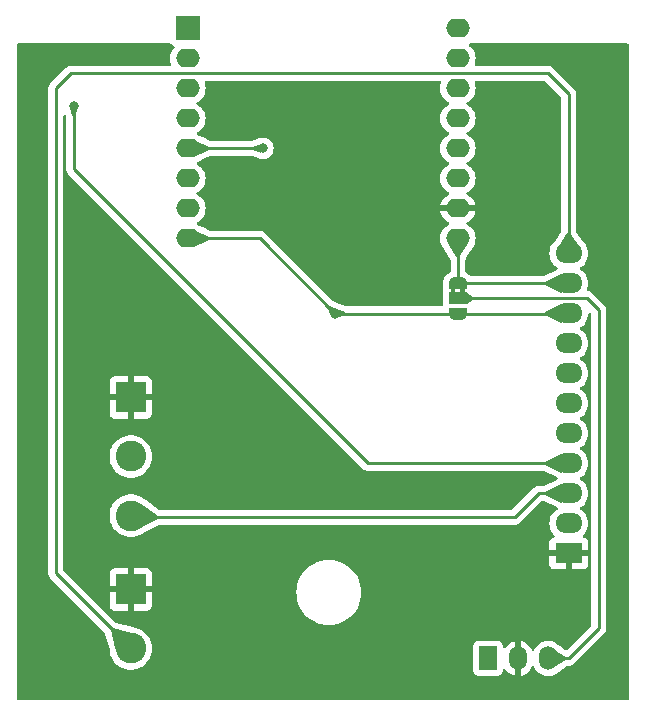
<source format=gbl>
%TF.GenerationSoftware,KiCad,Pcbnew,7.0.9*%
%TF.CreationDate,2023-11-21T14:13:12-08:00*%
%TF.ProjectId,RatGDO-OpenSource-D1Mini-ESP8266-Tubez,52617447-444f-42d4-9f70-656e536f7572,2.5.0*%
%TF.SameCoordinates,Original*%
%TF.FileFunction,Copper,L2,Bot*%
%TF.FilePolarity,Positive*%
%FSLAX46Y46*%
G04 Gerber Fmt 4.6, Leading zero omitted, Abs format (unit mm)*
G04 Created by KiCad (PCBNEW 7.0.9) date 2023-11-21 14:13:12*
%MOMM*%
%LPD*%
G01*
G04 APERTURE LIST*
G04 Aperture macros list*
%AMFreePoly0*
4,1,19,0.000000,0.744911,0.071157,0.744911,0.207708,0.704816,0.327430,0.627875,0.420627,0.520320,0.479746,0.390866,0.500000,0.250000,0.500000,-0.250000,0.479746,-0.390866,0.420627,-0.520320,0.327430,-0.627875,0.207708,-0.704816,0.071157,-0.744911,0.000000,-0.744911,0.000000,-0.750000,-0.550000,-0.750000,-0.550000,0.750000,0.000000,0.750000,0.000000,0.744911,0.000000,0.744911,
$1*%
%AMFreePoly1*
4,1,19,0.550000,-0.750000,0.000000,-0.750000,0.000000,-0.744911,-0.071157,-0.744911,-0.207708,-0.704816,-0.327430,-0.627875,-0.420627,-0.520320,-0.479746,-0.390866,-0.500000,-0.250000,-0.500000,0.250000,-0.479746,0.390866,-0.420627,0.520320,-0.327430,0.627875,-0.207708,0.704816,-0.071157,0.744911,0.000000,0.744911,0.000000,0.750000,0.550000,0.750000,0.550000,-0.750000,0.550000,-0.750000,
$1*%
G04 Aperture macros list end*
%TA.AperFunction,SMDPad,CuDef*%
%ADD10FreePoly0,270.000000*%
%TD*%
%TA.AperFunction,SMDPad,CuDef*%
%ADD11R,1.500000X1.000000*%
%TD*%
%TA.AperFunction,SMDPad,CuDef*%
%ADD12FreePoly1,270.000000*%
%TD*%
%TA.AperFunction,ComponentPad*%
%ADD13R,2.000000X2.000000*%
%TD*%
%TA.AperFunction,ComponentPad*%
%ADD14O,2.000000X1.600000*%
%TD*%
%TA.AperFunction,ComponentPad*%
%ADD15R,1.500000X2.000000*%
%TD*%
%TA.AperFunction,ComponentPad*%
%ADD16O,1.500000X2.000000*%
%TD*%
%TA.AperFunction,ComponentPad*%
%ADD17R,2.600000X2.600000*%
%TD*%
%TA.AperFunction,ComponentPad*%
%ADD18C,2.600000*%
%TD*%
%TA.AperFunction,ComponentPad*%
%ADD19R,2.300000X1.700000*%
%TD*%
%TA.AperFunction,ComponentPad*%
%ADD20O,2.300000X1.700000*%
%TD*%
%TA.AperFunction,ViaPad*%
%ADD21C,0.800000*%
%TD*%
%TA.AperFunction,Conductor*%
%ADD22C,0.250000*%
%TD*%
G04 APERTURE END LIST*
%TA.AperFunction,EtchedComponent*%
%TO.C,JP1*%
G36*
X152199000Y-88500000D02*
G01*
X151799000Y-88500000D01*
X151799000Y-88000000D01*
X152199000Y-88000000D01*
X152199000Y-88500000D01*
G37*
%TD.AperFunction*%
%TA.AperFunction,EtchedComponent*%
G36*
X152999000Y-88500000D02*
G01*
X152599000Y-88500000D01*
X152599000Y-88000000D01*
X152999000Y-88000000D01*
X152999000Y-88500000D01*
G37*
%TD.AperFunction*%
%TD*%
D10*
%TO.P,JP1,3,B*%
%TO.N,+3V3*%
X152399000Y-90200000D03*
D11*
%TO.P,JP1,2,C*%
%TO.N,Net-(JP1-C)*%
X152399000Y-88900000D03*
D12*
%TO.P,JP1,1,A*%
%TO.N,+5V*%
X152399000Y-87600000D03*
%TD*%
D13*
%TO.P,U1,1,~{RST}*%
%TO.N,unconnected-(U1-~{RST}-Pad1)*%
X129547500Y-66040000D03*
D14*
%TO.P,U1,2,A0*%
%TO.N,unconnected-(U1-A0-Pad2)*%
X129547500Y-68580000D03*
%TO.P,U1,3,D0*%
%TO.N,Net-(U1-D0)*%
X129547500Y-71120000D03*
%TO.P,U1,4,SCK/D5*%
%TO.N,Net-(D1-A)*%
X129547500Y-73660000D03*
%TO.P,U1,5,MISO/D6*%
%TO.N,Net-(D2-A)*%
X129547500Y-76200000D03*
%TO.P,U1,6,MOSI/D7*%
%TO.N,Net-(U1-MOSI{slash}D7)*%
X129547500Y-78740000D03*
%TO.P,U1,7,CS/D8*%
%TO.N,Net-(U1-CS{slash}D8)*%
X129547500Y-81280000D03*
%TO.P,U1,8,3V3*%
%TO.N,+3V3*%
X129547500Y-83820000D03*
%TO.P,U1,9,5V*%
%TO.N,+5V*%
X152407500Y-83820000D03*
%TO.P,U1,10,GND*%
%TO.N,GND*%
X152407500Y-81280000D03*
%TO.P,U1,11,D4*%
%TO.N,unconnected-(U1-D4-Pad11)*%
X152407500Y-78740000D03*
%TO.P,U1,12,D3*%
%TO.N,Net-(D3-A)*%
X152407500Y-76200000D03*
%TO.P,U1,13,SDA/D2*%
%TO.N,/ESP_RX*%
X152407500Y-73660000D03*
%TO.P,U1,14,SCL/D1*%
%TO.N,/ESP_TX*%
X152407500Y-71120000D03*
%TO.P,U1,15,RX*%
%TO.N,unconnected-(U1-RX-Pad15)*%
X152407500Y-68580000D03*
%TO.P,U1,16,TX*%
%TO.N,unconnected-(U1-TX-Pad16)*%
X152407500Y-66040000D03*
%TD*%
D15*
%TO.P,U2,1,IN*%
%TO.N,Net-(D4-K)*%
X154940000Y-119380000D03*
D16*
%TO.P,U2,2,GND*%
%TO.N,GND*%
X157480000Y-119380000D03*
%TO.P,U2,3,OUT*%
%TO.N,Net-(JP1-C)*%
X160020000Y-119380000D03*
%TD*%
D17*
%TO.P,J1,1,WHT/GND*%
%TO.N,GND*%
X124714000Y-97282000D03*
D18*
%TO.P,J1,2,RED/CTRL*%
%TO.N,RED{slash}CTRL*%
X124714000Y-102282000D03*
%TO.P,J1,3,BLK/OBST*%
%TO.N,BLK{slash}OBST*%
X124714000Y-107282000D03*
%TD*%
D19*
%TO.P,J2,1,WHT/GND*%
%TO.N,GND*%
X161798000Y-110490000D03*
D20*
%TO.P,J2,2,RED/CTRL*%
%TO.N,RED{slash}CTRL*%
X161798000Y-107950000D03*
%TO.P,J2,3,BLK/OBST*%
%TO.N,BLK{slash}OBST*%
X161798000Y-105410000D03*
%TO.P,J2,4,STS_DOOR*%
%TO.N,STS_DOOR*%
X161798000Y-102870000D03*
%TO.P,J2,5,STS_OBST*%
%TO.N,STS_OBST*%
X161798000Y-100330000D03*
%TO.P,J2,6,DC_OPEN*%
%TO.N,DC_OPEN*%
X161798000Y-97790000D03*
%TO.P,J2,7,DC_CLOSE*%
%TO.N,DC_CLOSE*%
X161798000Y-95250000D03*
%TO.P,J2,8,DC_LIGHT*%
%TO.N,DC_LIGHT*%
X161798000Y-92710000D03*
%TO.P,J2,9,3V3*%
%TO.N,+3V3*%
X161798000Y-90170000D03*
%TO.P,J2,10,5V*%
%TO.N,+5V*%
X161798000Y-87630000D03*
%TO.P,J2,11,12V*%
%TO.N,+12V*%
X161798000Y-85090000D03*
%TD*%
D17*
%TO.P,J3,1,GND*%
%TO.N,GND*%
X124714000Y-113538000D03*
D18*
%TO.P,J3,2,6-30V*%
%TO.N,+12V*%
X124714000Y-118538000D03*
%TD*%
D21*
%TO.N,Net-(D2-A)*%
X135890000Y-76200000D03*
%TO.N,STS_DOOR*%
X119888000Y-72644000D03*
%TO.N,+3V3*%
X142018000Y-90186000D03*
%TD*%
D22*
%TO.N,+5V*%
X161798000Y-87630000D02*
X152429000Y-87630000D01*
%TO.N,Net-(JP1-C)*%
X152400000Y-88900000D02*
X163322000Y-88900000D01*
%TO.N,+3V3*%
X142032000Y-90200000D02*
X142018000Y-90186000D01*
X152400000Y-90200000D02*
X142032000Y-90200000D01*
X152400000Y-90200000D02*
X161768000Y-90200000D01*
%TO.N,+5V*%
X152407500Y-83820000D02*
X152407500Y-87592500D01*
%TO.N,Net-(D2-A)*%
X129547500Y-76200000D02*
X135890000Y-76200000D01*
%TO.N,BLK{slash}OBST*%
X159258000Y-105410000D02*
X161290000Y-105410000D01*
X157226000Y-107442000D02*
X159258000Y-105410000D01*
X125585000Y-107442000D02*
X157226000Y-107442000D01*
%TO.N,STS_DOOR*%
X144780000Y-102870000D02*
X161798000Y-102870000D01*
X119888000Y-72644000D02*
X119888000Y-77978000D01*
X119888000Y-77978000D02*
X144780000Y-102870000D01*
%TO.N,+3V3*%
X142018000Y-90186000D02*
X142034000Y-90170000D01*
X135652000Y-83820000D02*
X129547500Y-83820000D01*
X142018000Y-90186000D02*
X135652000Y-83820000D01*
%TO.N,+12V*%
X124714000Y-118538000D02*
X118364000Y-112188000D01*
X118364000Y-112188000D02*
X118364000Y-71120000D01*
X161798000Y-71628000D02*
X161798000Y-85090000D01*
X119634000Y-69850000D02*
X160020000Y-69850000D01*
X118364000Y-71120000D02*
X119634000Y-69850000D01*
X160020000Y-69850000D02*
X161798000Y-71628000D01*
%TO.N,Net-(JP1-C)*%
X161798000Y-119380000D02*
X160288700Y-119380000D01*
X164338000Y-116840000D02*
X161798000Y-119380000D01*
X164338000Y-89916000D02*
X164338000Y-116840000D01*
X163322000Y-88900000D02*
X164338000Y-89916000D01*
%TD*%
%TA.AperFunction,Conductor*%
%TO.N,GND*%
G36*
X128129387Y-67329685D02*
G01*
X128161612Y-67359686D01*
X128189954Y-67397546D01*
X128236143Y-67432123D01*
X128305164Y-67483793D01*
X128305169Y-67483796D01*
X128342413Y-67497687D01*
X128398346Y-67539556D01*
X128422765Y-67605020D01*
X128407914Y-67673293D01*
X128386763Y-67701549D01*
X128347454Y-67740858D01*
X128216932Y-67927265D01*
X128216931Y-67927267D01*
X128120761Y-68133502D01*
X128120758Y-68133511D01*
X128061866Y-68353302D01*
X128061864Y-68353313D01*
X128042032Y-68579998D01*
X128042032Y-68580001D01*
X128061864Y-68806686D01*
X128061866Y-68806697D01*
X128120758Y-69026488D01*
X128120760Y-69026492D01*
X128120761Y-69026496D01*
X128130833Y-69048095D01*
X128141325Y-69117173D01*
X128112805Y-69180957D01*
X128054329Y-69219196D01*
X128018451Y-69224500D01*
X119716737Y-69224500D01*
X119701120Y-69222776D01*
X119701093Y-69223062D01*
X119693331Y-69222327D01*
X119624203Y-69224500D01*
X119594650Y-69224500D01*
X119593929Y-69224590D01*
X119587757Y-69225369D01*
X119581945Y-69225826D01*
X119535373Y-69227290D01*
X119535372Y-69227290D01*
X119516129Y-69232881D01*
X119497079Y-69236825D01*
X119477211Y-69239334D01*
X119477209Y-69239335D01*
X119433884Y-69256488D01*
X119428357Y-69258380D01*
X119383610Y-69271381D01*
X119383609Y-69271382D01*
X119366367Y-69281579D01*
X119348899Y-69290137D01*
X119330269Y-69297513D01*
X119330267Y-69297514D01*
X119292576Y-69324898D01*
X119287694Y-69328105D01*
X119247579Y-69351830D01*
X119233408Y-69366000D01*
X119218623Y-69378628D01*
X119202412Y-69390407D01*
X119172709Y-69426310D01*
X119168777Y-69430631D01*
X117980208Y-70619199D01*
X117967951Y-70629020D01*
X117968134Y-70629241D01*
X117962123Y-70634213D01*
X117914772Y-70684636D01*
X117893889Y-70705519D01*
X117893877Y-70705532D01*
X117889621Y-70711017D01*
X117885837Y-70715447D01*
X117853937Y-70749418D01*
X117853936Y-70749420D01*
X117844284Y-70766976D01*
X117833610Y-70783226D01*
X117821329Y-70799061D01*
X117821324Y-70799068D01*
X117802815Y-70841838D01*
X117800245Y-70847084D01*
X117777803Y-70887906D01*
X117772822Y-70907307D01*
X117766521Y-70925710D01*
X117758562Y-70944102D01*
X117758561Y-70944105D01*
X117751271Y-70990127D01*
X117750087Y-70995846D01*
X117738501Y-71040972D01*
X117738500Y-71040982D01*
X117738500Y-71061016D01*
X117736973Y-71080415D01*
X117733840Y-71100194D01*
X117733840Y-71100195D01*
X117738225Y-71146583D01*
X117738500Y-71152421D01*
X117738500Y-112105255D01*
X117736775Y-112120872D01*
X117737061Y-112120899D01*
X117736326Y-112128665D01*
X117738500Y-112197814D01*
X117738500Y-112227343D01*
X117738501Y-112227360D01*
X117739368Y-112234231D01*
X117739826Y-112240050D01*
X117741290Y-112286624D01*
X117741291Y-112286627D01*
X117746880Y-112305867D01*
X117750824Y-112324911D01*
X117753336Y-112344791D01*
X117770490Y-112388119D01*
X117772382Y-112393647D01*
X117785381Y-112438388D01*
X117795580Y-112455634D01*
X117804138Y-112473103D01*
X117811514Y-112491732D01*
X117838898Y-112529423D01*
X117842106Y-112534307D01*
X117865827Y-112574416D01*
X117865833Y-112574424D01*
X117879990Y-112588580D01*
X117892628Y-112603376D01*
X117904405Y-112619586D01*
X117904406Y-112619587D01*
X117940309Y-112649288D01*
X117944620Y-112653210D01*
X120236782Y-114945372D01*
X122528227Y-117236817D01*
X122560635Y-117293600D01*
X122917068Y-118678929D01*
X122920632Y-118700560D01*
X122928615Y-118807094D01*
X122928616Y-118807098D01*
X122988663Y-119070186D01*
X122988664Y-119070188D01*
X122988666Y-119070195D01*
X123087257Y-119321398D01*
X123222185Y-119555102D01*
X123326697Y-119686155D01*
X123390442Y-119766089D01*
X123540259Y-119905098D01*
X123588259Y-119949635D01*
X123811226Y-120101651D01*
X124054359Y-120218738D01*
X124312228Y-120298280D01*
X124312229Y-120298280D01*
X124312232Y-120298281D01*
X124579063Y-120338499D01*
X124579068Y-120338499D01*
X124579071Y-120338500D01*
X124579072Y-120338500D01*
X124848928Y-120338500D01*
X124848929Y-120338500D01*
X124848936Y-120338499D01*
X125115767Y-120298281D01*
X125115768Y-120298280D01*
X125115772Y-120298280D01*
X125373641Y-120218738D01*
X125588480Y-120115277D01*
X125616767Y-120101655D01*
X125616767Y-120101654D01*
X125616775Y-120101651D01*
X125839741Y-119949635D01*
X125995672Y-119804952D01*
X126037557Y-119766089D01*
X126037557Y-119766087D01*
X126037561Y-119766085D01*
X126205815Y-119555102D01*
X126340743Y-119321398D01*
X126439334Y-119070195D01*
X126499383Y-118807103D01*
X126508988Y-118678929D01*
X126519549Y-118538004D01*
X126519549Y-118537995D01*
X126499383Y-118268898D01*
X126488791Y-118222492D01*
X126439334Y-118005805D01*
X126340743Y-117754602D01*
X126205815Y-117520898D01*
X126037561Y-117309915D01*
X126037560Y-117309914D01*
X126037557Y-117309910D01*
X125839741Y-117126365D01*
X125820016Y-117112917D01*
X125616775Y-116974349D01*
X125616771Y-116974347D01*
X125616768Y-116974345D01*
X125616767Y-116974344D01*
X125373643Y-116857263D01*
X125373645Y-116857263D01*
X125115780Y-116777722D01*
X125115776Y-116777721D01*
X125115772Y-116777720D01*
X124863521Y-116739699D01*
X124857428Y-116738465D01*
X123469394Y-116384251D01*
X123412374Y-116351783D01*
X121946435Y-114885844D01*
X122914000Y-114885844D01*
X122920401Y-114945372D01*
X122920403Y-114945379D01*
X122970645Y-115080086D01*
X122970649Y-115080093D01*
X123056809Y-115195187D01*
X123056812Y-115195190D01*
X123171906Y-115281350D01*
X123171913Y-115281354D01*
X123306620Y-115331596D01*
X123306627Y-115331598D01*
X123366155Y-115337999D01*
X123366172Y-115338000D01*
X124464000Y-115338000D01*
X124464000Y-114142310D01*
X124472817Y-114147158D01*
X124631886Y-114188000D01*
X124754894Y-114188000D01*
X124876933Y-114172583D01*
X124964000Y-114138110D01*
X124964000Y-115338000D01*
X126061828Y-115338000D01*
X126061844Y-115337999D01*
X126121372Y-115331598D01*
X126121379Y-115331596D01*
X126256086Y-115281354D01*
X126256093Y-115281350D01*
X126371187Y-115195190D01*
X126371190Y-115195187D01*
X126457350Y-115080093D01*
X126457354Y-115080086D01*
X126507596Y-114945379D01*
X126507598Y-114945372D01*
X126513999Y-114885844D01*
X126514000Y-114885827D01*
X126514000Y-113792000D01*
X138722473Y-113792000D01*
X138742563Y-114124136D01*
X138742563Y-114124141D01*
X138742564Y-114124142D01*
X138802544Y-114451441D01*
X138802545Y-114451445D01*
X138802546Y-114451449D01*
X138901530Y-114769104D01*
X138901534Y-114769116D01*
X138901537Y-114769123D01*
X139038102Y-115072557D01*
X139194697Y-115331596D01*
X139210251Y-115357326D01*
X139415460Y-115619255D01*
X139650744Y-115854539D01*
X139912673Y-116059748D01*
X139912678Y-116059751D01*
X139912682Y-116059754D01*
X140197443Y-116231898D01*
X140500877Y-116368463D01*
X140500890Y-116368467D01*
X140500895Y-116368469D01*
X140712665Y-116434458D01*
X140818559Y-116467456D01*
X141145858Y-116527436D01*
X141323740Y-116538196D01*
X141394892Y-116542500D01*
X141394894Y-116542500D01*
X141561108Y-116542500D01*
X141623365Y-116538734D01*
X141810142Y-116527436D01*
X142137441Y-116467456D01*
X142412099Y-116381869D01*
X142455104Y-116368469D01*
X142455104Y-116368468D01*
X142455123Y-116368463D01*
X142758557Y-116231898D01*
X143043318Y-116059754D01*
X143305252Y-115854542D01*
X143540542Y-115619252D01*
X143745754Y-115357318D01*
X143917898Y-115072557D01*
X144054463Y-114769123D01*
X144153456Y-114451441D01*
X144213436Y-114124142D01*
X144233527Y-113792000D01*
X144213436Y-113459858D01*
X144153456Y-113132559D01*
X144054463Y-112814877D01*
X143917898Y-112511443D01*
X143745754Y-112226682D01*
X143745751Y-112226678D01*
X143745748Y-112226673D01*
X143540539Y-111964744D01*
X143305255Y-111729460D01*
X143043326Y-111524251D01*
X142916164Y-111447379D01*
X142758557Y-111352102D01*
X142455123Y-111215537D01*
X142455116Y-111215534D01*
X142455104Y-111215530D01*
X142137449Y-111116546D01*
X142137445Y-111116545D01*
X142137441Y-111116544D01*
X141810142Y-111056564D01*
X141810141Y-111056563D01*
X141810136Y-111056563D01*
X141561108Y-111041500D01*
X141561106Y-111041500D01*
X141394894Y-111041500D01*
X141394892Y-111041500D01*
X141145863Y-111056563D01*
X141145858Y-111056564D01*
X140818559Y-111116544D01*
X140818556Y-111116544D01*
X140818550Y-111116546D01*
X140500895Y-111215530D01*
X140500879Y-111215536D01*
X140500877Y-111215537D01*
X140307656Y-111302498D01*
X140197447Y-111352100D01*
X140197445Y-111352101D01*
X139912673Y-111524251D01*
X139650744Y-111729460D01*
X139415460Y-111964744D01*
X139210251Y-112226673D01*
X139038101Y-112511445D01*
X139038100Y-112511447D01*
X138901536Y-112814880D01*
X138901530Y-112814895D01*
X138802546Y-113132550D01*
X138802544Y-113132556D01*
X138802544Y-113132559D01*
X138779365Y-113259044D01*
X138742563Y-113459863D01*
X138722473Y-113792000D01*
X126514000Y-113792000D01*
X126514000Y-113788000D01*
X125314728Y-113788000D01*
X125337100Y-113740457D01*
X125367873Y-113579138D01*
X125357561Y-113415234D01*
X125316220Y-113288000D01*
X126514000Y-113288000D01*
X126514000Y-112190172D01*
X126513999Y-112190155D01*
X126507598Y-112130627D01*
X126507596Y-112130620D01*
X126457354Y-111995913D01*
X126457350Y-111995906D01*
X126371190Y-111880812D01*
X126371187Y-111880809D01*
X126256093Y-111794649D01*
X126256086Y-111794645D01*
X126121379Y-111744403D01*
X126121372Y-111744401D01*
X126061844Y-111738000D01*
X124964000Y-111738000D01*
X124964000Y-112933689D01*
X124955183Y-112928842D01*
X124796114Y-112888000D01*
X124673106Y-112888000D01*
X124551067Y-112903417D01*
X124464000Y-112937889D01*
X124464000Y-111738000D01*
X123366155Y-111738000D01*
X123306627Y-111744401D01*
X123306620Y-111744403D01*
X123171913Y-111794645D01*
X123171906Y-111794649D01*
X123056812Y-111880809D01*
X123056809Y-111880812D01*
X122970649Y-111995906D01*
X122970645Y-111995913D01*
X122920403Y-112130620D01*
X122920401Y-112130627D01*
X122914000Y-112190155D01*
X122914000Y-113288000D01*
X124113272Y-113288000D01*
X124090900Y-113335543D01*
X124060127Y-113496862D01*
X124070439Y-113660766D01*
X124111780Y-113788000D01*
X122914000Y-113788000D01*
X122914000Y-114885844D01*
X121946435Y-114885844D01*
X119025819Y-111965228D01*
X118992334Y-111903905D01*
X118989500Y-111877547D01*
X118989500Y-102282004D01*
X122908451Y-102282004D01*
X122928616Y-102551101D01*
X122988664Y-102814188D01*
X122988666Y-102814195D01*
X123087257Y-103065398D01*
X123222185Y-103299102D01*
X123356464Y-103467482D01*
X123390442Y-103510089D01*
X123577183Y-103683358D01*
X123588259Y-103693635D01*
X123811226Y-103845651D01*
X124054359Y-103962738D01*
X124312228Y-104042280D01*
X124312229Y-104042280D01*
X124312232Y-104042281D01*
X124579063Y-104082499D01*
X124579068Y-104082499D01*
X124579071Y-104082500D01*
X124579072Y-104082500D01*
X124848928Y-104082500D01*
X124848929Y-104082500D01*
X124898735Y-104074993D01*
X125115767Y-104042281D01*
X125115768Y-104042280D01*
X125115772Y-104042280D01*
X125373641Y-103962738D01*
X125616775Y-103845651D01*
X125839741Y-103693635D01*
X126037561Y-103510085D01*
X126205815Y-103299102D01*
X126340743Y-103065398D01*
X126439334Y-102814195D01*
X126499383Y-102551103D01*
X126510231Y-102406344D01*
X126519549Y-102282004D01*
X126519549Y-102281995D01*
X126499383Y-102012898D01*
X126499383Y-102012897D01*
X126439334Y-101749805D01*
X126340743Y-101498602D01*
X126205815Y-101264898D01*
X126037561Y-101053915D01*
X126037560Y-101053914D01*
X126037557Y-101053910D01*
X125839741Y-100870365D01*
X125616775Y-100718349D01*
X125616769Y-100718346D01*
X125616768Y-100718345D01*
X125616767Y-100718344D01*
X125373643Y-100601263D01*
X125373645Y-100601263D01*
X125115773Y-100521720D01*
X125115767Y-100521718D01*
X124848936Y-100481500D01*
X124848929Y-100481500D01*
X124579071Y-100481500D01*
X124579063Y-100481500D01*
X124312232Y-100521718D01*
X124312226Y-100521720D01*
X124054358Y-100601262D01*
X123811230Y-100718346D01*
X123588258Y-100870365D01*
X123390442Y-101053910D01*
X123222185Y-101264898D01*
X123087258Y-101498599D01*
X123087256Y-101498603D01*
X122988666Y-101749804D01*
X122988664Y-101749811D01*
X122928616Y-102012898D01*
X122908451Y-102281995D01*
X122908451Y-102282004D01*
X118989500Y-102282004D01*
X118989500Y-98629844D01*
X122914000Y-98629844D01*
X122920401Y-98689372D01*
X122920403Y-98689379D01*
X122970645Y-98824086D01*
X122970649Y-98824093D01*
X123056809Y-98939187D01*
X123056812Y-98939190D01*
X123171906Y-99025350D01*
X123171913Y-99025354D01*
X123306620Y-99075596D01*
X123306627Y-99075598D01*
X123366155Y-99081999D01*
X123366172Y-99082000D01*
X124464000Y-99082000D01*
X124464000Y-97886310D01*
X124472817Y-97891158D01*
X124631886Y-97932000D01*
X124754894Y-97932000D01*
X124876933Y-97916583D01*
X124964000Y-97882110D01*
X124964000Y-99082000D01*
X126061828Y-99082000D01*
X126061844Y-99081999D01*
X126121372Y-99075598D01*
X126121379Y-99075596D01*
X126256086Y-99025354D01*
X126256093Y-99025350D01*
X126371187Y-98939190D01*
X126371190Y-98939187D01*
X126457350Y-98824093D01*
X126457354Y-98824086D01*
X126507596Y-98689379D01*
X126507598Y-98689372D01*
X126513999Y-98629844D01*
X126514000Y-98629827D01*
X126514000Y-97532000D01*
X125314728Y-97532000D01*
X125337100Y-97484457D01*
X125367873Y-97323138D01*
X125357561Y-97159234D01*
X125316220Y-97032000D01*
X126514000Y-97032000D01*
X126514000Y-95934172D01*
X126513999Y-95934155D01*
X126507598Y-95874627D01*
X126507596Y-95874620D01*
X126457354Y-95739913D01*
X126457350Y-95739906D01*
X126371190Y-95624812D01*
X126371187Y-95624809D01*
X126256093Y-95538649D01*
X126256086Y-95538645D01*
X126121379Y-95488403D01*
X126121372Y-95488401D01*
X126061844Y-95482000D01*
X124964000Y-95482000D01*
X124964000Y-96677689D01*
X124955183Y-96672842D01*
X124796114Y-96632000D01*
X124673106Y-96632000D01*
X124551067Y-96647417D01*
X124464000Y-96681889D01*
X124464000Y-95482000D01*
X123366155Y-95482000D01*
X123306627Y-95488401D01*
X123306620Y-95488403D01*
X123171913Y-95538645D01*
X123171906Y-95538649D01*
X123056812Y-95624809D01*
X123056809Y-95624812D01*
X122970649Y-95739906D01*
X122970645Y-95739913D01*
X122920403Y-95874620D01*
X122920401Y-95874627D01*
X122914000Y-95934155D01*
X122914000Y-97032000D01*
X124113272Y-97032000D01*
X124090900Y-97079543D01*
X124060127Y-97240862D01*
X124070439Y-97404766D01*
X124111780Y-97532000D01*
X122914000Y-97532000D01*
X122914000Y-98629844D01*
X118989500Y-98629844D01*
X118989500Y-73506102D01*
X119009185Y-73439063D01*
X119061989Y-73393308D01*
X119131147Y-73383364D01*
X119194703Y-73412389D01*
X119229489Y-73462256D01*
X119254489Y-73528390D01*
X119262500Y-73572236D01*
X119262500Y-77895255D01*
X119260775Y-77910872D01*
X119261061Y-77910899D01*
X119260326Y-77918665D01*
X119262500Y-77987814D01*
X119262500Y-78017343D01*
X119262501Y-78017360D01*
X119263368Y-78024231D01*
X119263826Y-78030050D01*
X119265290Y-78076624D01*
X119265291Y-78076627D01*
X119270880Y-78095867D01*
X119274824Y-78114911D01*
X119277336Y-78134791D01*
X119294490Y-78178119D01*
X119296382Y-78183647D01*
X119309381Y-78228388D01*
X119319580Y-78245634D01*
X119328138Y-78263103D01*
X119335514Y-78281732D01*
X119362898Y-78319423D01*
X119366106Y-78324307D01*
X119389827Y-78364416D01*
X119389833Y-78364424D01*
X119403990Y-78378580D01*
X119416628Y-78393376D01*
X119428405Y-78409586D01*
X119428406Y-78409587D01*
X119464309Y-78439288D01*
X119468620Y-78443210D01*
X138104952Y-97079543D01*
X144279197Y-103253788D01*
X144289022Y-103266051D01*
X144289243Y-103265869D01*
X144294214Y-103271878D01*
X144320217Y-103296295D01*
X144344635Y-103319226D01*
X144365529Y-103340120D01*
X144371011Y-103344373D01*
X144375443Y-103348157D01*
X144409418Y-103380062D01*
X144426976Y-103389714D01*
X144443233Y-103400393D01*
X144459064Y-103412673D01*
X144478737Y-103421186D01*
X144501833Y-103431182D01*
X144507077Y-103433750D01*
X144547908Y-103456197D01*
X144560523Y-103459435D01*
X144567305Y-103461177D01*
X144585719Y-103467481D01*
X144604104Y-103475438D01*
X144650157Y-103482732D01*
X144655826Y-103483906D01*
X144700981Y-103495500D01*
X144721016Y-103495500D01*
X144740413Y-103497026D01*
X144760196Y-103500160D01*
X144806584Y-103495775D01*
X144812422Y-103495500D01*
X159644251Y-103495500D01*
X159697938Y-103507725D01*
X160781600Y-104028224D01*
X160833508Y-104074993D01*
X160851890Y-104142402D01*
X160830910Y-104209047D01*
X160781600Y-104251774D01*
X159697935Y-104772275D01*
X159644248Y-104784500D01*
X159340743Y-104784500D01*
X159325122Y-104782775D01*
X159325096Y-104783061D01*
X159317334Y-104782327D01*
X159317333Y-104782327D01*
X159248186Y-104784500D01*
X159218649Y-104784500D01*
X159211766Y-104785369D01*
X159205949Y-104785826D01*
X159159373Y-104787290D01*
X159140129Y-104792881D01*
X159121079Y-104796825D01*
X159101211Y-104799334D01*
X159057884Y-104816488D01*
X159052358Y-104818379D01*
X159007614Y-104831379D01*
X159007610Y-104831381D01*
X158990366Y-104841579D01*
X158972905Y-104850133D01*
X158954274Y-104857510D01*
X158954262Y-104857517D01*
X158916570Y-104884902D01*
X158911687Y-104888109D01*
X158871580Y-104911829D01*
X158857414Y-104925995D01*
X158842624Y-104938627D01*
X158826414Y-104950404D01*
X158826411Y-104950407D01*
X158796710Y-104986309D01*
X158792777Y-104990631D01*
X157003228Y-106780181D01*
X156941905Y-106813666D01*
X156915547Y-106816500D01*
X127190565Y-106816500D01*
X127123526Y-106796815D01*
X127119701Y-106794256D01*
X125983784Y-106003192D01*
X125977038Y-105997756D01*
X125839741Y-105870365D01*
X125616775Y-105718349D01*
X125616769Y-105718346D01*
X125616768Y-105718345D01*
X125616767Y-105718344D01*
X125373643Y-105601263D01*
X125373645Y-105601263D01*
X125115773Y-105521720D01*
X125115767Y-105521718D01*
X124848936Y-105481500D01*
X124848929Y-105481500D01*
X124579071Y-105481500D01*
X124579063Y-105481500D01*
X124312232Y-105521718D01*
X124312226Y-105521720D01*
X124054358Y-105601262D01*
X123811230Y-105718346D01*
X123588258Y-105870365D01*
X123390442Y-106053910D01*
X123222185Y-106264898D01*
X123087258Y-106498599D01*
X123087256Y-106498603D01*
X122988666Y-106749804D01*
X122988664Y-106749811D01*
X122928616Y-107012898D01*
X122908451Y-107281995D01*
X122908451Y-107282004D01*
X122928616Y-107551101D01*
X122988664Y-107814188D01*
X122988666Y-107814195D01*
X123087256Y-108065396D01*
X123087258Y-108065400D01*
X123089725Y-108069673D01*
X123222185Y-108299102D01*
X123313545Y-108413663D01*
X123390442Y-108510089D01*
X123517337Y-108627829D01*
X123588259Y-108693635D01*
X123811226Y-108845651D01*
X124054359Y-108962738D01*
X124312228Y-109042280D01*
X124312229Y-109042280D01*
X124312232Y-109042281D01*
X124579063Y-109082499D01*
X124579068Y-109082499D01*
X124579071Y-109082500D01*
X124579072Y-109082500D01*
X124848928Y-109082500D01*
X124848929Y-109082500D01*
X124900480Y-109074730D01*
X125115767Y-109042281D01*
X125115768Y-109042280D01*
X125115772Y-109042280D01*
X125373641Y-108962738D01*
X125616775Y-108845651D01*
X125767421Y-108742940D01*
X125774578Y-108738734D01*
X127089043Y-108080620D01*
X127144557Y-108067500D01*
X157143257Y-108067500D01*
X157158877Y-108069224D01*
X157158904Y-108068939D01*
X157166660Y-108069671D01*
X157166667Y-108069673D01*
X157235814Y-108067500D01*
X157265350Y-108067500D01*
X157272228Y-108066630D01*
X157278041Y-108066172D01*
X157324627Y-108064709D01*
X157343869Y-108059117D01*
X157362912Y-108055174D01*
X157382792Y-108052664D01*
X157426122Y-108035507D01*
X157431646Y-108033617D01*
X157435396Y-108032527D01*
X157476390Y-108020618D01*
X157493629Y-108010422D01*
X157511103Y-108001862D01*
X157529727Y-107994488D01*
X157529727Y-107994487D01*
X157529732Y-107994486D01*
X157567449Y-107967082D01*
X157572305Y-107963892D01*
X157612420Y-107940170D01*
X157626589Y-107925999D01*
X157641379Y-107913368D01*
X157657587Y-107901594D01*
X157687299Y-107865676D01*
X157691212Y-107861376D01*
X159480772Y-106071819D01*
X159542095Y-106038334D01*
X159568453Y-106035500D01*
X159644251Y-106035500D01*
X159697938Y-106047725D01*
X160789383Y-106571963D01*
X160841291Y-106618732D01*
X160859673Y-106686141D01*
X160838693Y-106752786D01*
X160806820Y-106785313D01*
X160626594Y-106911508D01*
X160459506Y-107078597D01*
X160459501Y-107078604D01*
X160323967Y-107272165D01*
X160323965Y-107272169D01*
X160224098Y-107486335D01*
X160224094Y-107486344D01*
X160162938Y-107714586D01*
X160162936Y-107714596D01*
X160142341Y-107949999D01*
X160142341Y-107950000D01*
X160162936Y-108185403D01*
X160162938Y-108185413D01*
X160224094Y-108413655D01*
X160224096Y-108413659D01*
X160224097Y-108413663D01*
X160269060Y-108510085D01*
X160323964Y-108627828D01*
X160323965Y-108627830D01*
X160459505Y-108821402D01*
X160581818Y-108943715D01*
X160615303Y-109005038D01*
X160610319Y-109074730D01*
X160568447Y-109130663D01*
X160537470Y-109147578D01*
X160405913Y-109196645D01*
X160405906Y-109196649D01*
X160290812Y-109282809D01*
X160290809Y-109282812D01*
X160204649Y-109397906D01*
X160204645Y-109397913D01*
X160154403Y-109532620D01*
X160154401Y-109532627D01*
X160148000Y-109592155D01*
X160148000Y-110240000D01*
X161364314Y-110240000D01*
X161338507Y-110280156D01*
X161298000Y-110418111D01*
X161298000Y-110561889D01*
X161338507Y-110699844D01*
X161364314Y-110740000D01*
X160148000Y-110740000D01*
X160148000Y-111387844D01*
X160154401Y-111447372D01*
X160154403Y-111447379D01*
X160204645Y-111582086D01*
X160204649Y-111582093D01*
X160290809Y-111697187D01*
X160290812Y-111697190D01*
X160405906Y-111783350D01*
X160405913Y-111783354D01*
X160540620Y-111833596D01*
X160540627Y-111833598D01*
X160600155Y-111839999D01*
X160600172Y-111840000D01*
X161548000Y-111840000D01*
X161548000Y-110925501D01*
X161655685Y-110974680D01*
X161762237Y-110990000D01*
X161833763Y-110990000D01*
X161940315Y-110974680D01*
X162048000Y-110925501D01*
X162048000Y-111840000D01*
X162995828Y-111840000D01*
X162995844Y-111839999D01*
X163055372Y-111833598D01*
X163055379Y-111833596D01*
X163190086Y-111783354D01*
X163190093Y-111783350D01*
X163305187Y-111697190D01*
X163305190Y-111697187D01*
X163391350Y-111582093D01*
X163391354Y-111582086D01*
X163441596Y-111447379D01*
X163441598Y-111447372D01*
X163447999Y-111387844D01*
X163448000Y-111387827D01*
X163448000Y-110740000D01*
X162231686Y-110740000D01*
X162257493Y-110699844D01*
X162298000Y-110561889D01*
X162298000Y-110418111D01*
X162257493Y-110280156D01*
X162231686Y-110240000D01*
X163448000Y-110240000D01*
X163448000Y-109592172D01*
X163447999Y-109592155D01*
X163441598Y-109532627D01*
X163441596Y-109532620D01*
X163391354Y-109397913D01*
X163391350Y-109397906D01*
X163305190Y-109282812D01*
X163305187Y-109282809D01*
X163190093Y-109196649D01*
X163190086Y-109196645D01*
X163058529Y-109147578D01*
X163002595Y-109105707D01*
X162978178Y-109040243D01*
X162993030Y-108971970D01*
X163014181Y-108943715D01*
X163136495Y-108821401D01*
X163272035Y-108627830D01*
X163371903Y-108413663D01*
X163433063Y-108185408D01*
X163453659Y-107950000D01*
X163433063Y-107714592D01*
X163371903Y-107486337D01*
X163272035Y-107272171D01*
X163272034Y-107272169D01*
X163136494Y-107078597D01*
X162969403Y-106911506D01*
X162833719Y-106816500D01*
X162783838Y-106781573D01*
X162740215Y-106726999D01*
X162733021Y-106657500D01*
X162764543Y-106595145D01*
X162783836Y-106578428D01*
X162969401Y-106448495D01*
X163136495Y-106281401D01*
X163272035Y-106087830D01*
X163371903Y-105873663D01*
X163433063Y-105645408D01*
X163453659Y-105410000D01*
X163433063Y-105174592D01*
X163371903Y-104946337D01*
X163272035Y-104732171D01*
X163136495Y-104538599D01*
X163136494Y-104538597D01*
X162969403Y-104371506D01*
X162899410Y-104322497D01*
X162783838Y-104241573D01*
X162740215Y-104186999D01*
X162733021Y-104117500D01*
X162764543Y-104055145D01*
X162783836Y-104038428D01*
X162969401Y-103908495D01*
X163136495Y-103741401D01*
X163272035Y-103547830D01*
X163371903Y-103333663D01*
X163433063Y-103105408D01*
X163453659Y-102870000D01*
X163433063Y-102634592D01*
X163371903Y-102406337D01*
X163272035Y-102192171D01*
X163146508Y-102012898D01*
X163136494Y-101998597D01*
X162969403Y-101831506D01*
X162852729Y-101749811D01*
X162783838Y-101701573D01*
X162740215Y-101646999D01*
X162733021Y-101577500D01*
X162764543Y-101515145D01*
X162783836Y-101498428D01*
X162969401Y-101368495D01*
X163136495Y-101201401D01*
X163272035Y-101007830D01*
X163371903Y-100793663D01*
X163433063Y-100565408D01*
X163453659Y-100330000D01*
X163433063Y-100094592D01*
X163371903Y-99866337D01*
X163272035Y-99652171D01*
X163272034Y-99652169D01*
X163136494Y-99458597D01*
X162969403Y-99291506D01*
X162899410Y-99242497D01*
X162783838Y-99161573D01*
X162740215Y-99106999D01*
X162733021Y-99037500D01*
X162764543Y-98975145D01*
X162783836Y-98958428D01*
X162969401Y-98828495D01*
X163136495Y-98661401D01*
X163272035Y-98467830D01*
X163371903Y-98253663D01*
X163433063Y-98025408D01*
X163453659Y-97790000D01*
X163433063Y-97554592D01*
X163371903Y-97326337D01*
X163272035Y-97112171D01*
X163272034Y-97112169D01*
X163136494Y-96918597D01*
X162969403Y-96751506D01*
X162798729Y-96632000D01*
X162783838Y-96621573D01*
X162740215Y-96566999D01*
X162733021Y-96497500D01*
X162764543Y-96435145D01*
X162783836Y-96418428D01*
X162969401Y-96288495D01*
X163136495Y-96121401D01*
X163272035Y-95927830D01*
X163371903Y-95713663D01*
X163433063Y-95485408D01*
X163453659Y-95250000D01*
X163433063Y-95014592D01*
X163371903Y-94786337D01*
X163272035Y-94572171D01*
X163272034Y-94572169D01*
X163136494Y-94378597D01*
X162969403Y-94211506D01*
X162899410Y-94162497D01*
X162783838Y-94081573D01*
X162740215Y-94026999D01*
X162733021Y-93957500D01*
X162764543Y-93895145D01*
X162783836Y-93878428D01*
X162969401Y-93748495D01*
X163136495Y-93581401D01*
X163272035Y-93387830D01*
X163371903Y-93173663D01*
X163433063Y-92945408D01*
X163453659Y-92710000D01*
X163433063Y-92474592D01*
X163371903Y-92246337D01*
X163272035Y-92032171D01*
X163272034Y-92032169D01*
X163136494Y-91838597D01*
X162969403Y-91671506D01*
X162899410Y-91622497D01*
X162783838Y-91541573D01*
X162740215Y-91486999D01*
X162733021Y-91417500D01*
X162764543Y-91355145D01*
X162783836Y-91338428D01*
X162969401Y-91208495D01*
X163136495Y-91041401D01*
X163272035Y-90847830D01*
X163371903Y-90633663D01*
X163433063Y-90405408D01*
X163450897Y-90201568D01*
X163476350Y-90136501D01*
X163532941Y-90095522D01*
X163602703Y-90091644D01*
X163662106Y-90124696D01*
X163676181Y-90138771D01*
X163709666Y-90200094D01*
X163712500Y-90226452D01*
X163712500Y-116529546D01*
X163692815Y-116596585D01*
X163676181Y-116617227D01*
X161665996Y-118627411D01*
X161604673Y-118660896D01*
X161534981Y-118655912D01*
X161510133Y-118643302D01*
X161037437Y-118332123D01*
X160910631Y-118248646D01*
X160893123Y-118234702D01*
X160880352Y-118222492D01*
X160802825Y-118148368D01*
X160802823Y-118148366D01*
X160614966Y-118024363D01*
X160407995Y-117935899D01*
X160407982Y-117935895D01*
X160188542Y-117885810D01*
X160188538Y-117885809D01*
X160188537Y-117885809D01*
X160188536Y-117885808D01*
X160188531Y-117885808D01*
X159963674Y-117875710D01*
X159963673Y-117875710D01*
X159963670Y-117875710D01*
X159740613Y-117905925D01*
X159740610Y-117905925D01*
X159740609Y-117905926D01*
X159526534Y-117975483D01*
X159328321Y-118082146D01*
X159328318Y-118082148D01*
X159152336Y-118222489D01*
X159004236Y-118392003D01*
X158888787Y-118585231D01*
X158866449Y-118644750D01*
X158824463Y-118700597D01*
X158758948Y-118724880D01*
X158690706Y-118709888D01*
X158641402Y-118660381D01*
X158638636Y-118654979D01*
X158557401Y-118486290D01*
X158557397Y-118486283D01*
X158425148Y-118304258D01*
X158425142Y-118304250D01*
X158262513Y-118148762D01*
X158074733Y-118024808D01*
X157867830Y-117936375D01*
X157867823Y-117936373D01*
X157730000Y-117904915D01*
X157730000Y-118944498D01*
X157622315Y-118895320D01*
X157515763Y-118880000D01*
X157444237Y-118880000D01*
X157337685Y-118895320D01*
X157230000Y-118944498D01*
X157230000Y-117902449D01*
X157229999Y-117902449D01*
X157200721Y-117906415D01*
X156986731Y-117975945D01*
X156788598Y-118082565D01*
X156788595Y-118082567D01*
X156612679Y-118222854D01*
X156464647Y-118392292D01*
X156464644Y-118392296D01*
X156420946Y-118465433D01*
X156369663Y-118512886D01*
X156300865Y-118525080D01*
X156236397Y-118498144D01*
X156196725Y-118440630D01*
X156190499Y-118401832D01*
X156190499Y-118332129D01*
X156190498Y-118332123D01*
X156190497Y-118332116D01*
X156184091Y-118272517D01*
X156182741Y-118268898D01*
X156133797Y-118137671D01*
X156133793Y-118137664D01*
X156047547Y-118022455D01*
X156047544Y-118022452D01*
X155932335Y-117936206D01*
X155932328Y-117936202D01*
X155797482Y-117885908D01*
X155797483Y-117885908D01*
X155737883Y-117879501D01*
X155737881Y-117879500D01*
X155737873Y-117879500D01*
X155737864Y-117879500D01*
X154142129Y-117879500D01*
X154142123Y-117879501D01*
X154082516Y-117885908D01*
X153947671Y-117936202D01*
X153947664Y-117936206D01*
X153832455Y-118022452D01*
X153832452Y-118022455D01*
X153746206Y-118137664D01*
X153746202Y-118137671D01*
X153695908Y-118272517D01*
X153692497Y-118304250D01*
X153689501Y-118332123D01*
X153689500Y-118332135D01*
X153689500Y-120427870D01*
X153689501Y-120427876D01*
X153695908Y-120487483D01*
X153746202Y-120622328D01*
X153746206Y-120622335D01*
X153832452Y-120737544D01*
X153832455Y-120737547D01*
X153947664Y-120823793D01*
X153947671Y-120823797D01*
X154082517Y-120874091D01*
X154082516Y-120874091D01*
X154089444Y-120874835D01*
X154142127Y-120880500D01*
X155737872Y-120880499D01*
X155797483Y-120874091D01*
X155932331Y-120823796D01*
X156047546Y-120737546D01*
X156133796Y-120622331D01*
X156184091Y-120487483D01*
X156190500Y-120427873D01*
X156190499Y-120363411D01*
X156210183Y-120296375D01*
X156262986Y-120250619D01*
X156332144Y-120240675D01*
X156395700Y-120269699D01*
X156414817Y-120290528D01*
X156534851Y-120455741D01*
X156534857Y-120455749D01*
X156697486Y-120611237D01*
X156885266Y-120735191D01*
X157092169Y-120823624D01*
X157092178Y-120823627D01*
X157229999Y-120855084D01*
X157230000Y-120855084D01*
X157230000Y-119815501D01*
X157337685Y-119864680D01*
X157444237Y-119880000D01*
X157515763Y-119880000D01*
X157622315Y-119864680D01*
X157730000Y-119815501D01*
X157730000Y-120857549D01*
X157759267Y-120853586D01*
X157759273Y-120853585D01*
X157973268Y-120784054D01*
X158171401Y-120677434D01*
X158171404Y-120677432D01*
X158347320Y-120537145D01*
X158495352Y-120367707D01*
X158495359Y-120367699D01*
X158610759Y-120174553D01*
X158610765Y-120174542D01*
X158633007Y-120115277D01*
X158674991Y-120059428D01*
X158740505Y-120035144D01*
X158808748Y-120050135D01*
X158858053Y-120099640D01*
X158860820Y-120105045D01*
X158942167Y-120273966D01*
X158942171Y-120273974D01*
X159074473Y-120456072D01*
X159074474Y-120456074D01*
X159237176Y-120611633D01*
X159425033Y-120735636D01*
X159632004Y-120824100D01*
X159632007Y-120824101D01*
X159632012Y-120824103D01*
X159851463Y-120874191D01*
X160076330Y-120884290D01*
X160299387Y-120854075D01*
X160513464Y-120784517D01*
X160711681Y-120677852D01*
X160887666Y-120537508D01*
X160899261Y-120524235D01*
X160924454Y-120502251D01*
X161647779Y-120026082D01*
X161714595Y-120005663D01*
X161730863Y-120007370D01*
X161730904Y-120006939D01*
X161738660Y-120007671D01*
X161738667Y-120007673D01*
X161807814Y-120005500D01*
X161837350Y-120005500D01*
X161844228Y-120004630D01*
X161850041Y-120004172D01*
X161896627Y-120002709D01*
X161915869Y-119997117D01*
X161934912Y-119993174D01*
X161954792Y-119990664D01*
X161998122Y-119973507D01*
X162003646Y-119971617D01*
X162007396Y-119970527D01*
X162048390Y-119958618D01*
X162065629Y-119948422D01*
X162083103Y-119939862D01*
X162101727Y-119932488D01*
X162101727Y-119932487D01*
X162101732Y-119932486D01*
X162139449Y-119905082D01*
X162144305Y-119901892D01*
X162184420Y-119878170D01*
X162198589Y-119863999D01*
X162213379Y-119851368D01*
X162229587Y-119839594D01*
X162259299Y-119803676D01*
X162263212Y-119799376D01*
X164721788Y-117340801D01*
X164734042Y-117330986D01*
X164733859Y-117330764D01*
X164739866Y-117325792D01*
X164739877Y-117325786D01*
X164770775Y-117292882D01*
X164787227Y-117275364D01*
X164797671Y-117264918D01*
X164808120Y-117254471D01*
X164812379Y-117248978D01*
X164816152Y-117244561D01*
X164848062Y-117210582D01*
X164857713Y-117193024D01*
X164868396Y-117176761D01*
X164880673Y-117160936D01*
X164899185Y-117118153D01*
X164901738Y-117112941D01*
X164924197Y-117072092D01*
X164929180Y-117052680D01*
X164935481Y-117034280D01*
X164943437Y-117015896D01*
X164950729Y-116969852D01*
X164951906Y-116964171D01*
X164963500Y-116919019D01*
X164963500Y-116898983D01*
X164965027Y-116879582D01*
X164968160Y-116859804D01*
X164963775Y-116813415D01*
X164963500Y-116807577D01*
X164963500Y-89998742D01*
X164965224Y-89983122D01*
X164964939Y-89983096D01*
X164965671Y-89975340D01*
X164965673Y-89975333D01*
X164963500Y-89906185D01*
X164963500Y-89876650D01*
X164962631Y-89869772D01*
X164962172Y-89863943D01*
X164960709Y-89817372D01*
X164955122Y-89798144D01*
X164951174Y-89779084D01*
X164948663Y-89759204D01*
X164931512Y-89715887D01*
X164929619Y-89710358D01*
X164916618Y-89665609D01*
X164916616Y-89665606D01*
X164906423Y-89648371D01*
X164897861Y-89630894D01*
X164890487Y-89612270D01*
X164890486Y-89612268D01*
X164863079Y-89574545D01*
X164859888Y-89569686D01*
X164857457Y-89565576D01*
X164836170Y-89529580D01*
X164836168Y-89529578D01*
X164836165Y-89529574D01*
X164822006Y-89515415D01*
X164809368Y-89500619D01*
X164797594Y-89484413D01*
X164761688Y-89454709D01*
X164757376Y-89450786D01*
X163822803Y-88516212D01*
X163812980Y-88503950D01*
X163812759Y-88504134D01*
X163807786Y-88498123D01*
X163757364Y-88450773D01*
X163746919Y-88440328D01*
X163736475Y-88429883D01*
X163730986Y-88425625D01*
X163726561Y-88421847D01*
X163692582Y-88389938D01*
X163692580Y-88389936D01*
X163692577Y-88389935D01*
X163675029Y-88380288D01*
X163658763Y-88369604D01*
X163642933Y-88357325D01*
X163600168Y-88338818D01*
X163594922Y-88336248D01*
X163554093Y-88313803D01*
X163554092Y-88313802D01*
X163534693Y-88308822D01*
X163516281Y-88302518D01*
X163497898Y-88294562D01*
X163497892Y-88294560D01*
X163455858Y-88287903D01*
X163392723Y-88257974D01*
X163355792Y-88198662D01*
X163356790Y-88128799D01*
X163362874Y-88113025D01*
X163371903Y-88093663D01*
X163433063Y-87865408D01*
X163453659Y-87630000D01*
X163433063Y-87394592D01*
X163371903Y-87166337D01*
X163272035Y-86952171D01*
X163226442Y-86887056D01*
X163136494Y-86758597D01*
X162969403Y-86591506D01*
X162899410Y-86542497D01*
X162783838Y-86461573D01*
X162740215Y-86406999D01*
X162733021Y-86337500D01*
X162764543Y-86275145D01*
X162783836Y-86258428D01*
X162969401Y-86128495D01*
X163136495Y-85961401D01*
X163272035Y-85767830D01*
X163371903Y-85553663D01*
X163433063Y-85325408D01*
X163453659Y-85090000D01*
X163433063Y-84854592D01*
X163371903Y-84626337D01*
X163272035Y-84412171D01*
X163272034Y-84412169D01*
X163136496Y-84218600D01*
X163136492Y-84218596D01*
X163026280Y-84108384D01*
X163011467Y-84090493D01*
X162445001Y-83258485D01*
X162423544Y-83191992D01*
X162423500Y-83188700D01*
X162423500Y-71710742D01*
X162425224Y-71695122D01*
X162424939Y-71695095D01*
X162425673Y-71687333D01*
X162423500Y-71618171D01*
X162423500Y-71588656D01*
X162423500Y-71588650D01*
X162422631Y-71581779D01*
X162422173Y-71575952D01*
X162421876Y-71566488D01*
X162420710Y-71529373D01*
X162415119Y-71510130D01*
X162411173Y-71491078D01*
X162408664Y-71471208D01*
X162391504Y-71427867D01*
X162389624Y-71422379D01*
X162376618Y-71377610D01*
X162366422Y-71360370D01*
X162357861Y-71342894D01*
X162350487Y-71324270D01*
X162350486Y-71324268D01*
X162323079Y-71286545D01*
X162319888Y-71281686D01*
X162296172Y-71241583D01*
X162296165Y-71241574D01*
X162282006Y-71227415D01*
X162269368Y-71212619D01*
X162257594Y-71196413D01*
X162221688Y-71166709D01*
X162217376Y-71162786D01*
X160520803Y-69466212D01*
X160510980Y-69453950D01*
X160510759Y-69454134D01*
X160505786Y-69448123D01*
X160487159Y-69430631D01*
X160455364Y-69400773D01*
X160444919Y-69390328D01*
X160434475Y-69379883D01*
X160428986Y-69375625D01*
X160424561Y-69371847D01*
X160390582Y-69339938D01*
X160390580Y-69339936D01*
X160390577Y-69339935D01*
X160373029Y-69330288D01*
X160356763Y-69319604D01*
X160340933Y-69307325D01*
X160298168Y-69288818D01*
X160292922Y-69286248D01*
X160252093Y-69263803D01*
X160252092Y-69263802D01*
X160232693Y-69258822D01*
X160214281Y-69252518D01*
X160195898Y-69244562D01*
X160195892Y-69244560D01*
X160149874Y-69237272D01*
X160144152Y-69236087D01*
X160099021Y-69224500D01*
X160099019Y-69224500D01*
X160078984Y-69224500D01*
X160059586Y-69222973D01*
X160052162Y-69221797D01*
X160039805Y-69219840D01*
X160039804Y-69219840D01*
X159993416Y-69224225D01*
X159987578Y-69224500D01*
X153936549Y-69224500D01*
X153869510Y-69204815D01*
X153823755Y-69152011D01*
X153813811Y-69082853D01*
X153824167Y-69048095D01*
X153834239Y-69026496D01*
X153893135Y-68806692D01*
X153912968Y-68580000D01*
X153893135Y-68353308D01*
X153834239Y-68133504D01*
X153738068Y-67927266D01*
X153607547Y-67740861D01*
X153607545Y-67740858D01*
X153446641Y-67579954D01*
X153383260Y-67535575D01*
X153339635Y-67480999D01*
X153332441Y-67411501D01*
X153363963Y-67349146D01*
X153424193Y-67313731D01*
X153454383Y-67310000D01*
X166753500Y-67310000D01*
X166820539Y-67329685D01*
X166866294Y-67382489D01*
X166877500Y-67434000D01*
X166877500Y-122811500D01*
X166857815Y-122878539D01*
X166805011Y-122924294D01*
X166753500Y-122935500D01*
X115186500Y-122935500D01*
X115119461Y-122915815D01*
X115073706Y-122863011D01*
X115062500Y-122811500D01*
X115062500Y-67434000D01*
X115082185Y-67366961D01*
X115134989Y-67321206D01*
X115186500Y-67310000D01*
X128062348Y-67310000D01*
X128129387Y-67329685D01*
G37*
%TD.AperFunction*%
%TA.AperFunction,Conductor*%
G36*
X150945490Y-70495185D02*
G01*
X150991245Y-70547989D01*
X151001189Y-70617147D01*
X150990833Y-70651905D01*
X150980762Y-70673502D01*
X150980758Y-70673511D01*
X150921866Y-70893302D01*
X150921864Y-70893313D01*
X150902032Y-71119998D01*
X150902032Y-71120001D01*
X150921864Y-71346686D01*
X150921866Y-71346697D01*
X150980758Y-71566488D01*
X150980761Y-71566497D01*
X151076931Y-71772732D01*
X151076932Y-71772734D01*
X151207454Y-71959141D01*
X151368358Y-72120045D01*
X151368361Y-72120047D01*
X151554766Y-72250568D01*
X151608694Y-72275715D01*
X151612775Y-72277618D01*
X151665214Y-72323791D01*
X151684366Y-72390984D01*
X151664150Y-72457865D01*
X151612775Y-72502382D01*
X151554767Y-72529431D01*
X151554765Y-72529432D01*
X151368358Y-72659954D01*
X151207454Y-72820858D01*
X151076932Y-73007265D01*
X151076931Y-73007267D01*
X150980761Y-73213502D01*
X150980758Y-73213511D01*
X150921866Y-73433302D01*
X150921864Y-73433313D01*
X150902032Y-73659998D01*
X150902032Y-73660001D01*
X150921864Y-73886686D01*
X150921866Y-73886697D01*
X150980758Y-74106488D01*
X150980761Y-74106497D01*
X151076931Y-74312732D01*
X151076932Y-74312734D01*
X151207454Y-74499141D01*
X151368358Y-74660045D01*
X151368361Y-74660047D01*
X151554766Y-74790568D01*
X151608445Y-74815599D01*
X151612775Y-74817618D01*
X151665214Y-74863791D01*
X151684366Y-74930984D01*
X151664150Y-74997865D01*
X151612775Y-75042382D01*
X151554767Y-75069431D01*
X151554765Y-75069432D01*
X151368358Y-75199954D01*
X151207454Y-75360858D01*
X151076932Y-75547265D01*
X151076931Y-75547267D01*
X150980761Y-75753502D01*
X150980758Y-75753511D01*
X150921866Y-75973302D01*
X150921864Y-75973313D01*
X150902032Y-76199998D01*
X150902032Y-76200001D01*
X150921864Y-76426686D01*
X150921866Y-76426697D01*
X150980758Y-76646488D01*
X150980761Y-76646497D01*
X151076931Y-76852732D01*
X151076932Y-76852734D01*
X151207454Y-77039141D01*
X151368358Y-77200045D01*
X151368361Y-77200047D01*
X151554766Y-77330568D01*
X151612775Y-77357618D01*
X151665214Y-77403791D01*
X151684366Y-77470984D01*
X151664150Y-77537865D01*
X151612775Y-77582381D01*
X151595772Y-77590310D01*
X151554767Y-77609431D01*
X151554765Y-77609432D01*
X151368358Y-77739954D01*
X151207454Y-77900858D01*
X151076932Y-78087265D01*
X151076931Y-78087267D01*
X150980761Y-78293502D01*
X150980758Y-78293511D01*
X150921866Y-78513302D01*
X150921864Y-78513313D01*
X150902032Y-78739998D01*
X150902032Y-78740001D01*
X150921864Y-78966686D01*
X150921866Y-78966697D01*
X150980758Y-79186488D01*
X150980761Y-79186497D01*
X151076931Y-79392732D01*
X151076932Y-79392734D01*
X151207454Y-79579141D01*
X151368358Y-79740045D01*
X151368361Y-79740047D01*
X151554766Y-79870568D01*
X151613365Y-79897893D01*
X151665805Y-79944065D01*
X151684957Y-80011258D01*
X151664742Y-80078139D01*
X151613367Y-80122657D01*
X151555015Y-80149867D01*
X151368679Y-80280342D01*
X151207842Y-80441179D01*
X151077365Y-80627517D01*
X150981234Y-80833673D01*
X150981230Y-80833682D01*
X150928627Y-81029999D01*
X150928628Y-81030000D01*
X151973814Y-81030000D01*
X151948007Y-81070156D01*
X151907500Y-81208111D01*
X151907500Y-81351889D01*
X151948007Y-81489844D01*
X151973814Y-81530000D01*
X150928628Y-81530000D01*
X150981230Y-81726317D01*
X150981234Y-81726326D01*
X151077365Y-81932482D01*
X151207842Y-82118820D01*
X151368679Y-82279657D01*
X151555018Y-82410134D01*
X151555020Y-82410135D01*
X151613365Y-82437342D01*
X151665805Y-82483514D01*
X151684957Y-82550707D01*
X151664742Y-82617589D01*
X151613367Y-82662105D01*
X151612775Y-82662382D01*
X151554764Y-82689433D01*
X151368358Y-82819954D01*
X151207454Y-82980858D01*
X151076932Y-83167265D01*
X151076931Y-83167267D01*
X150980761Y-83373502D01*
X150980758Y-83373511D01*
X150921866Y-83593302D01*
X150921864Y-83593313D01*
X150902032Y-83819998D01*
X150902032Y-83820001D01*
X150921864Y-84046686D01*
X150921866Y-84046697D01*
X150980758Y-84266488D01*
X150980761Y-84266497D01*
X151076931Y-84472732D01*
X151076932Y-84472734D01*
X151207454Y-84659141D01*
X151215220Y-84666907D01*
X151232845Y-84689115D01*
X151763306Y-85542305D01*
X151782000Y-85607778D01*
X151782000Y-86582359D01*
X151762315Y-86649398D01*
X151709514Y-86695152D01*
X151665848Y-86715094D01*
X151665828Y-86715105D01*
X151544783Y-86792896D01*
X151544762Y-86792911D01*
X151451660Y-86873585D01*
X151436113Y-86887057D01*
X151436110Y-86887060D01*
X151341861Y-86995830D01*
X151341859Y-86995832D01*
X151341859Y-86995833D01*
X151341857Y-86995836D01*
X151264131Y-87116778D01*
X151264129Y-87116784D01*
X151204342Y-87247700D01*
X151163834Y-87385656D01*
X151163834Y-87385658D01*
X151143353Y-87528110D01*
X151143353Y-88150000D01*
X151148499Y-88221955D01*
X151148501Y-88221964D01*
X151152041Y-88234023D01*
X151153401Y-88284553D01*
X151155738Y-88284805D01*
X151148501Y-88352116D01*
X151148500Y-88352135D01*
X151148501Y-89450500D01*
X151128816Y-89517539D01*
X151076013Y-89563294D01*
X151024501Y-89574500D01*
X142949293Y-89574500D01*
X142903103Y-89565576D01*
X142369305Y-89351315D01*
X141840598Y-89112680D01*
X141803930Y-89087340D01*
X138980625Y-86264035D01*
X136152803Y-83436212D01*
X136142980Y-83423950D01*
X136142759Y-83424134D01*
X136137786Y-83418123D01*
X136087364Y-83370773D01*
X136076919Y-83360328D01*
X136066475Y-83349883D01*
X136060986Y-83345625D01*
X136056561Y-83341847D01*
X136022582Y-83309938D01*
X136022580Y-83309936D01*
X136022577Y-83309935D01*
X136005029Y-83300288D01*
X135988763Y-83289604D01*
X135972933Y-83277325D01*
X135930168Y-83258818D01*
X135924922Y-83256248D01*
X135884093Y-83233803D01*
X135884092Y-83233802D01*
X135864693Y-83228822D01*
X135846281Y-83222518D01*
X135827898Y-83214562D01*
X135827892Y-83214560D01*
X135781874Y-83207272D01*
X135776152Y-83206087D01*
X135731021Y-83194500D01*
X135731019Y-83194500D01*
X135710984Y-83194500D01*
X135691586Y-83192973D01*
X135684162Y-83191797D01*
X135671805Y-83189840D01*
X135671804Y-83189840D01*
X135625416Y-83194225D01*
X135619578Y-83194500D01*
X131499843Y-83194500D01*
X131446674Y-83182522D01*
X131021789Y-82980858D01*
X130345785Y-82660004D01*
X130293662Y-82613476D01*
X130274968Y-82546153D01*
X130295640Y-82479411D01*
X130346548Y-82435602D01*
X130400234Y-82410568D01*
X130586639Y-82280047D01*
X130747547Y-82119139D01*
X130878068Y-81932734D01*
X130974239Y-81726496D01*
X131033135Y-81506692D01*
X131052968Y-81280000D01*
X131033135Y-81053308D01*
X130974239Y-80833504D01*
X130878068Y-80627266D01*
X130747547Y-80440861D01*
X130747545Y-80440858D01*
X130586641Y-80279954D01*
X130400234Y-80149432D01*
X130400228Y-80149429D01*
X130342225Y-80122382D01*
X130289785Y-80076210D01*
X130270633Y-80009017D01*
X130290848Y-79942135D01*
X130342225Y-79897618D01*
X130400234Y-79870568D01*
X130586639Y-79740047D01*
X130747547Y-79579139D01*
X130878068Y-79392734D01*
X130974239Y-79186496D01*
X131033135Y-78966692D01*
X131052968Y-78740000D01*
X131033135Y-78513308D01*
X130974239Y-78293504D01*
X130878068Y-78087266D01*
X130754557Y-77910872D01*
X130747545Y-77900858D01*
X130586641Y-77739954D01*
X130400234Y-77609432D01*
X130400227Y-77609428D01*
X130346549Y-77584397D01*
X130294110Y-77538224D01*
X130274959Y-77471030D01*
X130295176Y-77404150D01*
X130345786Y-77359994D01*
X130407780Y-77330570D01*
X130993475Y-77052580D01*
X131446672Y-76837478D01*
X131499841Y-76825500D01*
X134961766Y-76825500D01*
X135005610Y-76833510D01*
X135547599Y-77038394D01*
X135587986Y-77051611D01*
X135593915Y-77053894D01*
X135602073Y-77057527D01*
X135610194Y-77061143D01*
X135610197Y-77061144D01*
X135795354Y-77100500D01*
X135795355Y-77100500D01*
X135984644Y-77100500D01*
X135984646Y-77100500D01*
X136169803Y-77061144D01*
X136342730Y-76984151D01*
X136495871Y-76872888D01*
X136622533Y-76732216D01*
X136717179Y-76568284D01*
X136775674Y-76388256D01*
X136795460Y-76200000D01*
X136775674Y-76011744D01*
X136717179Y-75831716D01*
X136622533Y-75667784D01*
X136495871Y-75527112D01*
X136495870Y-75527111D01*
X136342734Y-75415851D01*
X136342729Y-75415848D01*
X136169807Y-75338857D01*
X136169802Y-75338855D01*
X136024001Y-75307865D01*
X135984646Y-75299500D01*
X135795354Y-75299500D01*
X135755999Y-75307865D01*
X135610198Y-75338855D01*
X135610193Y-75338857D01*
X135581938Y-75351437D01*
X135558400Y-75359205D01*
X135547607Y-75361602D01*
X135547593Y-75361607D01*
X135005609Y-75566489D01*
X134961763Y-75574500D01*
X131499843Y-75574500D01*
X131446674Y-75562522D01*
X131023363Y-75361605D01*
X130345785Y-75040004D01*
X130293662Y-74993476D01*
X130274968Y-74926153D01*
X130295640Y-74859411D01*
X130346548Y-74815602D01*
X130400234Y-74790568D01*
X130586639Y-74660047D01*
X130747547Y-74499139D01*
X130878068Y-74312734D01*
X130974239Y-74106496D01*
X131033135Y-73886692D01*
X131052968Y-73660000D01*
X131033135Y-73433308D01*
X130974239Y-73213504D01*
X130878068Y-73007266D01*
X130755530Y-72832262D01*
X130747545Y-72820858D01*
X130586641Y-72659954D01*
X130400234Y-72529432D01*
X130400228Y-72529429D01*
X130342225Y-72502382D01*
X130289785Y-72456210D01*
X130270633Y-72389017D01*
X130290848Y-72322135D01*
X130342225Y-72277618D01*
X130346306Y-72275715D01*
X130400234Y-72250568D01*
X130586639Y-72120047D01*
X130747547Y-71959139D01*
X130878068Y-71772734D01*
X130974239Y-71566496D01*
X131033135Y-71346692D01*
X131052968Y-71120000D01*
X131033135Y-70893308D01*
X130974239Y-70673504D01*
X130964166Y-70651904D01*
X130953675Y-70582827D01*
X130982195Y-70519043D01*
X131040671Y-70480804D01*
X131076549Y-70475500D01*
X150878451Y-70475500D01*
X150945490Y-70495185D01*
G37*
%TD.AperFunction*%
%TA.AperFunction,Conductor*%
G36*
X159776587Y-70495185D02*
G01*
X159797229Y-70511819D01*
X161136181Y-71850771D01*
X161169666Y-71912094D01*
X161172500Y-71938452D01*
X161172500Y-83188700D01*
X161152815Y-83255739D01*
X161150999Y-83258486D01*
X160584531Y-84090493D01*
X160569714Y-84108387D01*
X160459506Y-84218596D01*
X160323967Y-84412165D01*
X160323965Y-84412169D01*
X160224098Y-84626335D01*
X160224094Y-84626344D01*
X160162938Y-84854586D01*
X160162936Y-84854596D01*
X160142341Y-85089999D01*
X160142341Y-85090000D01*
X160162936Y-85325403D01*
X160162938Y-85325413D01*
X160224094Y-85553655D01*
X160224096Y-85553659D01*
X160224097Y-85553663D01*
X160274031Y-85660746D01*
X160323964Y-85767828D01*
X160323965Y-85767830D01*
X160459505Y-85961402D01*
X160626597Y-86128494D01*
X160806819Y-86254686D01*
X160850444Y-86309263D01*
X160857638Y-86378761D01*
X160826115Y-86441116D01*
X160789383Y-86468036D01*
X159697935Y-86992275D01*
X159644248Y-87004500D01*
X153520281Y-87004500D01*
X153453242Y-86984815D01*
X153426568Y-86961703D01*
X153361887Y-86887056D01*
X153253237Y-86792911D01*
X153253216Y-86792896D01*
X153132166Y-86715102D01*
X153132148Y-86715092D01*
X153105488Y-86702917D01*
X153052684Y-86657162D01*
X153033000Y-86590123D01*
X153033000Y-85607778D01*
X153051694Y-85542306D01*
X153186550Y-85325403D01*
X153582148Y-84689121D01*
X153599776Y-84666910D01*
X153607544Y-84659142D01*
X153607544Y-84659141D01*
X153607547Y-84659139D01*
X153738068Y-84472734D01*
X153834239Y-84266496D01*
X153893135Y-84046692D01*
X153912968Y-83820000D01*
X153893135Y-83593308D01*
X153834239Y-83373504D01*
X153738068Y-83167266D01*
X153607547Y-82980861D01*
X153607545Y-82980858D01*
X153446641Y-82819954D01*
X153260234Y-82689432D01*
X153260232Y-82689431D01*
X153202225Y-82662382D01*
X153201632Y-82662105D01*
X153149194Y-82615934D01*
X153130042Y-82548740D01*
X153150258Y-82481859D01*
X153201634Y-82437341D01*
X153259984Y-82410132D01*
X153446320Y-82279657D01*
X153607157Y-82118820D01*
X153737634Y-81932482D01*
X153833765Y-81726326D01*
X153833769Y-81726317D01*
X153886372Y-81530000D01*
X152841186Y-81530000D01*
X152866993Y-81489844D01*
X152907500Y-81351889D01*
X152907500Y-81208111D01*
X152866993Y-81070156D01*
X152841186Y-81030000D01*
X153886372Y-81030000D01*
X153886372Y-81029999D01*
X153833769Y-80833682D01*
X153833765Y-80833673D01*
X153737634Y-80627517D01*
X153607157Y-80441179D01*
X153446320Y-80280342D01*
X153259982Y-80149865D01*
X153201633Y-80122657D01*
X153149194Y-80076484D01*
X153130042Y-80009291D01*
X153150258Y-79942410D01*
X153201629Y-79897895D01*
X153260234Y-79870568D01*
X153446639Y-79740047D01*
X153607547Y-79579139D01*
X153738068Y-79392734D01*
X153834239Y-79186496D01*
X153893135Y-78966692D01*
X153912968Y-78740000D01*
X153893135Y-78513308D01*
X153834239Y-78293504D01*
X153738068Y-78087266D01*
X153614557Y-77910872D01*
X153607545Y-77900858D01*
X153446641Y-77739954D01*
X153260234Y-77609432D01*
X153260228Y-77609429D01*
X153232538Y-77596517D01*
X153202224Y-77582381D01*
X153149785Y-77536210D01*
X153130633Y-77469017D01*
X153150848Y-77402135D01*
X153202225Y-77357618D01*
X153260234Y-77330568D01*
X153446639Y-77200047D01*
X153607547Y-77039139D01*
X153738068Y-76852734D01*
X153834239Y-76646496D01*
X153893135Y-76426692D01*
X153912968Y-76200000D01*
X153893135Y-75973308D01*
X153834239Y-75753504D01*
X153738068Y-75547266D01*
X153607547Y-75360861D01*
X153607545Y-75360858D01*
X153446641Y-75199954D01*
X153260234Y-75069432D01*
X153260228Y-75069429D01*
X153202225Y-75042382D01*
X153149785Y-74996210D01*
X153130633Y-74929017D01*
X153150848Y-74862135D01*
X153202225Y-74817618D01*
X153206555Y-74815599D01*
X153260234Y-74790568D01*
X153446639Y-74660047D01*
X153607547Y-74499139D01*
X153738068Y-74312734D01*
X153834239Y-74106496D01*
X153893135Y-73886692D01*
X153912968Y-73660000D01*
X153893135Y-73433308D01*
X153834239Y-73213504D01*
X153738068Y-73007266D01*
X153615530Y-72832262D01*
X153607545Y-72820858D01*
X153446641Y-72659954D01*
X153260234Y-72529432D01*
X153260228Y-72529429D01*
X153202225Y-72502382D01*
X153149785Y-72456210D01*
X153130633Y-72389017D01*
X153150848Y-72322135D01*
X153202225Y-72277618D01*
X153206306Y-72275715D01*
X153260234Y-72250568D01*
X153446639Y-72120047D01*
X153607547Y-71959139D01*
X153738068Y-71772734D01*
X153834239Y-71566496D01*
X153893135Y-71346692D01*
X153912968Y-71120000D01*
X153893135Y-70893308D01*
X153834239Y-70673504D01*
X153824166Y-70651904D01*
X153813675Y-70582827D01*
X153842195Y-70519043D01*
X153900671Y-70480804D01*
X153936549Y-70475500D01*
X159709548Y-70475500D01*
X159776587Y-70495185D01*
G37*
%TD.AperFunction*%
%TD*%
%TA.AperFunction,Conductor*%
%TO.N,+5V*%
G36*
X161178530Y-86851989D02*
G01*
X161793182Y-87622705D01*
X161795661Y-87631310D01*
X161793182Y-87637295D01*
X161178530Y-88408010D01*
X161170693Y-88412341D01*
X161164317Y-88411262D01*
X159804634Y-87758186D01*
X159798661Y-87751515D01*
X159798000Y-87747639D01*
X159798000Y-87512360D01*
X159801427Y-87504087D01*
X159804631Y-87501814D01*
X161164318Y-86848736D01*
X161173259Y-86848245D01*
X161178530Y-86851989D01*
G37*
%TD.AperFunction*%
%TD*%
%TA.AperFunction,Conductor*%
%TO.N,Net-(JP1-C)*%
G36*
X153155616Y-88404962D02*
G01*
X153644320Y-88771490D01*
X153648882Y-88779195D01*
X153649000Y-88780850D01*
X153649000Y-89019150D01*
X153645573Y-89027423D01*
X153644320Y-89028510D01*
X153155618Y-89395036D01*
X153146943Y-89397258D01*
X153142114Y-89395415D01*
X152845538Y-89197961D01*
X152412626Y-88909737D01*
X152407640Y-88902302D01*
X152409372Y-88893516D01*
X152412625Y-88890262D01*
X153142115Y-88404583D01*
X153150900Y-88402852D01*
X153155616Y-88404962D01*
G37*
%TD.AperFunction*%
%TD*%
%TA.AperFunction,Conductor*%
%TO.N,+3V3*%
G36*
X142807874Y-90072053D02*
G01*
X142814275Y-90078314D01*
X142815215Y-90082910D01*
X142815215Y-90316760D01*
X142811788Y-90325033D01*
X142807458Y-90327776D01*
X142181537Y-90551806D01*
X142172593Y-90551367D01*
X142166795Y-90545292D01*
X142018875Y-90190499D01*
X142018855Y-90181550D01*
X142166630Y-89827103D01*
X142172977Y-89820786D01*
X142181785Y-89820748D01*
X142807874Y-90072053D01*
G37*
%TD.AperFunction*%
%TD*%
%TA.AperFunction,Conductor*%
%TO.N,+3V3*%
G36*
X161178646Y-89392134D02*
G01*
X161793182Y-90162705D01*
X161795661Y-90171310D01*
X161793182Y-90177295D01*
X161178433Y-90948131D01*
X161170596Y-90952462D01*
X161164392Y-90951463D01*
X159810773Y-90328134D01*
X159804692Y-90321561D01*
X159803967Y-90317507D01*
X159803967Y-90082203D01*
X159807394Y-90073930D01*
X159810394Y-90071758D01*
X161164232Y-89388981D01*
X161173160Y-89388317D01*
X161178646Y-89392134D01*
G37*
%TD.AperFunction*%
%TD*%
%TA.AperFunction,Conductor*%
%TO.N,+5V*%
G36*
X152413834Y-83823080D02*
G01*
X153197820Y-84328093D01*
X153202919Y-84335454D01*
X153201420Y-84344107D01*
X152535933Y-85414478D01*
X152528655Y-85419694D01*
X152525997Y-85420000D01*
X152289003Y-85420000D01*
X152280730Y-85416573D01*
X152279067Y-85414478D01*
X151613579Y-84344107D01*
X151612121Y-84335271D01*
X151617177Y-84328095D01*
X152401164Y-83823080D01*
X152409975Y-83821482D01*
X152413834Y-83823080D01*
G37*
%TD.AperFunction*%
%TD*%
%TA.AperFunction,Conductor*%
%TO.N,Net-(D2-A)*%
G36*
X135735294Y-75834728D02*
G01*
X135741280Y-75840890D01*
X135889123Y-76195498D01*
X135889144Y-76204452D01*
X135889123Y-76204502D01*
X135741280Y-76559109D01*
X135734933Y-76565427D01*
X135726344Y-76565551D01*
X135097563Y-76327858D01*
X135091036Y-76321727D01*
X135090000Y-76316914D01*
X135090000Y-76083085D01*
X135093427Y-76074812D01*
X135097563Y-76072141D01*
X135726345Y-75834448D01*
X135735294Y-75834728D01*
G37*
%TD.AperFunction*%
%TD*%
%TA.AperFunction,Conductor*%
%TO.N,Net-(D2-A)*%
G36*
X130062661Y-75465174D02*
G01*
X131340817Y-76071828D01*
X131346821Y-76078471D01*
X131347500Y-76082398D01*
X131347500Y-76317601D01*
X131344073Y-76325874D01*
X131340817Y-76328171D01*
X130062664Y-76934824D01*
X130053720Y-76935275D01*
X130048000Y-76930874D01*
X129632870Y-76325874D01*
X129551041Y-76206619D01*
X129549187Y-76197859D01*
X129551042Y-76193380D01*
X129627194Y-76082398D01*
X130048000Y-75469124D01*
X130055506Y-75464243D01*
X130062661Y-75465174D01*
G37*
%TD.AperFunction*%
%TD*%
%TA.AperFunction,Conductor*%
%TO.N,BLK{slash}OBST*%
G36*
X161178530Y-104631989D02*
G01*
X161793182Y-105402705D01*
X161795661Y-105411310D01*
X161793182Y-105417295D01*
X161178530Y-106188010D01*
X161170693Y-106192341D01*
X161164317Y-106191262D01*
X159804634Y-105538186D01*
X159798661Y-105531515D01*
X159798000Y-105527639D01*
X159798000Y-105292360D01*
X159801427Y-105284087D01*
X159804631Y-105281814D01*
X161164318Y-104628736D01*
X161173259Y-104628245D01*
X161178530Y-104631989D01*
G37*
%TD.AperFunction*%
%TD*%
%TA.AperFunction,Conductor*%
%TO.N,BLK{slash}OBST*%
G36*
X125592450Y-106346666D02*
G01*
X126925596Y-107275082D01*
X126980774Y-107313508D01*
X126985605Y-107321048D01*
X126985788Y-107323109D01*
X126985788Y-107559773D01*
X126982361Y-107568046D01*
X126979326Y-107570235D01*
X125458285Y-108331776D01*
X125449353Y-108332416D01*
X125443454Y-108328013D01*
X124718395Y-107289726D01*
X124716469Y-107280983D01*
X124719400Y-107275084D01*
X125577178Y-106348320D01*
X125585313Y-106344577D01*
X125592450Y-106346666D01*
G37*
%TD.AperFunction*%
%TD*%
%TA.AperFunction,Conductor*%
%TO.N,STS_DOOR*%
G36*
X161178530Y-102091989D02*
G01*
X161793182Y-102862705D01*
X161795661Y-102871310D01*
X161793182Y-102877295D01*
X161178530Y-103648010D01*
X161170693Y-103652341D01*
X161164317Y-103651262D01*
X159804634Y-102998186D01*
X159798661Y-102991515D01*
X159798000Y-102987639D01*
X159798000Y-102752360D01*
X159801427Y-102744087D01*
X159804631Y-102741814D01*
X161164318Y-102088736D01*
X161173259Y-102088245D01*
X161178530Y-102091989D01*
G37*
%TD.AperFunction*%
%TD*%
%TA.AperFunction,Conductor*%
%TO.N,STS_DOOR*%
G36*
X120247109Y-72792719D02*
G01*
X120253427Y-72799066D01*
X120253551Y-72807655D01*
X120015859Y-73436437D01*
X120009728Y-73442964D01*
X120004915Y-73444000D01*
X119771085Y-73444000D01*
X119762812Y-73440573D01*
X119760141Y-73436437D01*
X119522448Y-72807655D01*
X119522728Y-72798705D01*
X119528889Y-72792719D01*
X119883500Y-72644875D01*
X119892449Y-72644855D01*
X120247109Y-72792719D01*
G37*
%TD.AperFunction*%
%TD*%
%TA.AperFunction,Conductor*%
%TO.N,+3V3*%
G36*
X130062661Y-83085174D02*
G01*
X131340817Y-83691828D01*
X131346821Y-83698471D01*
X131347500Y-83702398D01*
X131347500Y-83937601D01*
X131344073Y-83945874D01*
X131340817Y-83948171D01*
X130062664Y-84554824D01*
X130053720Y-84555275D01*
X130048000Y-84550874D01*
X129632870Y-83945874D01*
X129551041Y-83826619D01*
X129549187Y-83817859D01*
X129551042Y-83813380D01*
X129627194Y-83702398D01*
X130048000Y-83089124D01*
X130055506Y-83084243D01*
X130062661Y-83085174D01*
G37*
%TD.AperFunction*%
%TD*%
%TA.AperFunction,Conductor*%
%TO.N,+3V3*%
G36*
X141548071Y-89535252D02*
G01*
X142160760Y-89811793D01*
X142166891Y-89818320D01*
X142166767Y-89826909D01*
X142020563Y-90182195D01*
X142014245Y-90188542D01*
X142014195Y-90188563D01*
X141658909Y-90334767D01*
X141649955Y-90334746D01*
X141643793Y-90328760D01*
X141579676Y-90186707D01*
X141417279Y-89826909D01*
X141367252Y-89716071D01*
X141366972Y-89707121D01*
X141369641Y-89702987D01*
X141534986Y-89537642D01*
X141543258Y-89534216D01*
X141548071Y-89535252D01*
G37*
%TD.AperFunction*%
%TD*%
%TA.AperFunction,Conductor*%
%TO.N,+12V*%
G36*
X123193003Y-116835419D02*
G01*
X124838174Y-117255252D01*
X124845342Y-117260617D01*
X124846917Y-117267799D01*
X124715685Y-118529302D01*
X124711421Y-118537176D01*
X124705305Y-118539723D01*
X123448515Y-118675575D01*
X123439922Y-118673057D01*
X123435927Y-118666858D01*
X123400535Y-118529302D01*
X123011436Y-117017014D01*
X123012693Y-117008150D01*
X123014490Y-117005832D01*
X123181839Y-116838483D01*
X123190111Y-116835057D01*
X123193003Y-116835419D01*
G37*
%TD.AperFunction*%
%TD*%
%TA.AperFunction,Conductor*%
%TO.N,+12V*%
G36*
X161925085Y-83393427D02*
G01*
X161926483Y-83395115D01*
X162641703Y-84445605D01*
X162643527Y-84454373D01*
X162639042Y-84461557D01*
X161805010Y-85085753D01*
X161796334Y-85087967D01*
X161790990Y-85085753D01*
X160956957Y-84461557D01*
X160952386Y-84453856D01*
X160954295Y-84445607D01*
X161669517Y-83395114D01*
X161677005Y-83390205D01*
X161679188Y-83390000D01*
X161916812Y-83390000D01*
X161925085Y-83393427D01*
G37*
%TD.AperFunction*%
%TD*%
%TA.AperFunction,Conductor*%
%TO.N,Net-(JP1-C)*%
G36*
X160579872Y-118636106D02*
G01*
X161514733Y-119251533D01*
X161519759Y-119258944D01*
X161520000Y-119261305D01*
X161520000Y-119498694D01*
X161516573Y-119506967D01*
X161514733Y-119508467D01*
X160579873Y-120123892D01*
X160571079Y-120125578D01*
X160564015Y-120121051D01*
X160160709Y-119572680D01*
X160024097Y-119386931D01*
X160021957Y-119378237D01*
X160024098Y-119373068D01*
X160106296Y-119261305D01*
X160564015Y-118638947D01*
X160571677Y-118634314D01*
X160579872Y-118636106D01*
G37*
%TD.AperFunction*%
%TD*%
M02*

</source>
